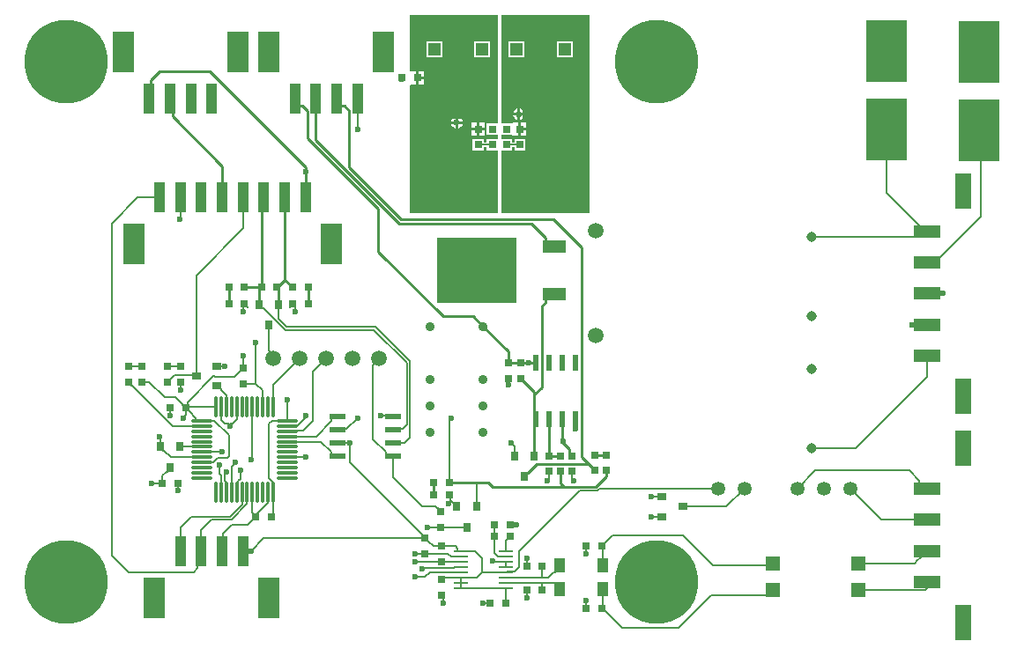
<source format=gtl>
G04*
G04 #@! TF.GenerationSoftware,Altium Limited,Altium Designer,19.0.14 (431)*
G04*
G04 Layer_Physical_Order=1*
G04 Layer_Color=255*
%FSLAX25Y25*%
%MOIN*%
G70*
G01*
G75*
%ADD12C,0.00600*%
%ADD18C,0.01000*%
%ADD45R,0.03543X0.02756*%
%ADD46R,0.10000X0.05000*%
%ADD47R,0.06496X0.13504*%
%ADD48R,0.02953X0.03150*%
%ADD49R,0.03937X0.11811*%
%ADD50R,0.07874X0.15748*%
%ADD51R,0.03150X0.02953*%
%ADD52R,0.05512X0.05512*%
%ADD53R,0.04331X0.05315*%
%ADD54O,0.08268X0.01181*%
%ADD55O,0.01181X0.08268*%
%ADD56R,0.02756X0.03543*%
%ADD57R,0.15748X0.23622*%
%ADD58R,0.08661X0.04724*%
%ADD59R,0.30000X0.25000*%
%ADD60R,0.02362X0.06102*%
%ADD61R,0.05500X0.01100*%
%ADD62R,0.06102X0.02362*%
%ADD63R,0.04724X0.04724*%
%ADD64R,0.14173X0.04724*%
%ADD65C,0.05315*%
%ADD66C,0.31496*%
%ADD67C,0.05906*%
%ADD68C,0.03838*%
%ADD69C,0.03543*%
%ADD70C,0.02362*%
G36*
X-58071Y75669D02*
X-58160Y75206D01*
X-58571Y75206D01*
X-62313D01*
Y70857D01*
X-58160Y70857D01*
X-58071Y70394D01*
Y69764D01*
X-58160Y69301D01*
X-58571Y69301D01*
X-62313D01*
Y68044D01*
X-63475D01*
Y69301D01*
X-67628D01*
Y64951D01*
X-63475D01*
Y66208D01*
X-62313D01*
Y64951D01*
X-58160Y64951D01*
X-58071Y64488D01*
Y41339D01*
X-91535D01*
Y89749D01*
X-91158Y90043D01*
X-91035Y90043D01*
X-89083D01*
Y92520D01*
Y94996D01*
X-91035D01*
X-91158Y94996D01*
X-91535Y95291D01*
Y116142D01*
X-58071D01*
Y75669D01*
D02*
G37*
G36*
X-23425Y41339D02*
X-56890D01*
Y64488D01*
X-56801Y64951D01*
X-56390Y64951D01*
X-52648D01*
Y66208D01*
X-51880D01*
Y64951D01*
X-47727D01*
Y69301D01*
X-51880D01*
Y68044D01*
X-52648D01*
Y69301D01*
X-56801Y69301D01*
X-56890Y69764D01*
Y70394D01*
X-56801Y70857D01*
X-56390Y70857D01*
X-52780D01*
X-52648Y70857D01*
X-52280Y70539D01*
Y70457D01*
X-50303D01*
Y73032D01*
Y75606D01*
X-52280D01*
Y75524D01*
X-52648Y75206D01*
X-52780Y75206D01*
X-56801Y75206D01*
X-56890Y75669D01*
Y116142D01*
X-23425D01*
Y41339D01*
D02*
G37*
%LPC*%
G36*
X-61014Y106309D02*
X-66939D01*
Y100384D01*
X-61014D01*
Y106309D01*
D02*
G37*
G36*
X-79124D02*
X-85049D01*
Y100384D01*
X-79124D01*
Y106309D01*
D02*
G37*
G36*
X-88083Y94996D02*
Y93020D01*
X-86008D01*
Y94996D01*
X-88083D01*
D02*
G37*
G36*
X-86008Y92020D02*
X-88083D01*
Y90043D01*
X-86008D01*
Y92020D01*
D02*
G37*
G36*
X-73122Y77648D02*
Y76024D01*
X-71498D01*
X-71567Y76375D01*
X-72050Y77096D01*
X-72771Y77578D01*
X-73122Y77648D01*
D02*
G37*
G36*
X-74122D02*
X-74473Y77578D01*
X-75195Y77096D01*
X-75677Y76375D01*
X-75746Y76024D01*
X-74122D01*
Y77648D01*
D02*
G37*
G36*
X-63075Y75606D02*
X-65051D01*
Y73532D01*
X-63075D01*
Y75606D01*
D02*
G37*
G36*
X-66051D02*
X-68028D01*
Y73532D01*
X-66051D01*
Y75606D01*
D02*
G37*
G36*
X-71498Y75024D02*
X-73122D01*
Y73399D01*
X-72771Y73469D01*
X-72050Y73951D01*
X-71567Y74673D01*
X-71498Y75024D01*
D02*
G37*
G36*
X-74122D02*
X-75746D01*
X-75677Y74673D01*
X-75195Y73951D01*
X-74473Y73469D01*
X-74122Y73399D01*
Y75024D01*
D02*
G37*
G36*
X-63075Y72531D02*
X-65051D01*
Y70457D01*
X-63075D01*
Y72531D01*
D02*
G37*
G36*
X-66051D02*
X-68028D01*
Y70457D01*
X-66051D01*
Y72531D01*
D02*
G37*
G36*
X-29912Y106309D02*
X-35836D01*
Y100384D01*
X-29912D01*
Y106309D01*
D02*
G37*
G36*
X-48022D02*
X-53947D01*
Y100384D01*
X-48022D01*
Y106309D01*
D02*
G37*
G36*
X-49697Y80865D02*
Y79240D01*
X-48072D01*
X-48142Y79591D01*
X-48624Y80313D01*
X-49346Y80795D01*
X-49697Y80865D01*
D02*
G37*
G36*
X-50697D02*
X-51048Y80795D01*
X-51769Y80313D01*
X-52251Y79591D01*
X-52321Y79240D01*
X-50697D01*
Y80865D01*
D02*
G37*
G36*
X-48072Y78240D02*
X-49697D01*
Y76616D01*
X-49346Y76686D01*
X-48624Y77168D01*
X-48142Y77889D01*
X-48072Y78240D01*
D02*
G37*
G36*
X-50697D02*
X-52321D01*
X-52251Y77889D01*
X-51769Y77168D01*
X-51048Y76686D01*
X-50697Y76616D01*
Y78240D01*
D02*
G37*
G36*
X-47327Y75606D02*
X-49303D01*
Y73532D01*
X-47327D01*
Y75606D01*
D02*
G37*
G36*
Y72531D02*
X-49303D01*
Y70457D01*
X-47327D01*
Y72531D01*
D02*
G37*
%LPD*%
D12*
X0Y-66142D02*
X3937D01*
X-19674Y-62992D02*
X25118D01*
X-20402Y-63721D02*
X-19674Y-62992D01*
X-130945Y-51181D02*
X-130905Y-51220D01*
X-137795Y-51181D02*
X-130945D01*
X86929Y-74803D02*
X104331D01*
X75118Y-62992D02*
X86929Y-74803D01*
X61988Y-56122D02*
X97461D01*
X101282Y-59944D01*
Y-60792D02*
Y-59944D01*
Y-60792D02*
X103482Y-62992D01*
X104331D01*
X55118D02*
X61988Y-56122D01*
X28228Y-69882D02*
X35118Y-62992D01*
X11811Y-69882D02*
X28228D01*
X0Y-73603D02*
X3918D01*
X3937Y-73622D01*
X-50197Y-86806D02*
X-27112Y-63721D01*
X-20402D01*
X-50197Y-92716D02*
Y-86806D01*
X-51916Y-94436D02*
X-50197Y-92716D01*
X-54733Y-94436D02*
X-51916D01*
X-54983Y-94686D02*
X-54733Y-94436D01*
X104319Y-20681D02*
Y-12849D01*
X77126Y-47874D02*
X104319Y-20681D01*
X60630Y-47874D02*
X77126D01*
X-159449Y-38386D02*
X-158465D01*
X101202Y32126D02*
X103471Y34395D01*
X60630Y32126D02*
X101202D01*
X98425Y-1181D02*
X104176D01*
X104319Y-1038D01*
X96593Y41273D02*
X103471Y34395D01*
X96522Y41273D02*
X96593D01*
X88779Y49016D02*
Y72835D01*
Y49016D02*
X96522Y41273D01*
X103471Y34395D02*
X104319D01*
Y10773D02*
X110236D01*
X124521Y39875D02*
Y72638D01*
X106299Y21654D02*
X124521Y39875D01*
X-85630Y-81693D02*
X-85492D01*
X-146653D02*
X-85630D01*
X-114173Y-53012D02*
X-85492Y-81693D01*
X-114173Y-53012D02*
Y-45807D01*
X-69882Y-77756D02*
X-68898D01*
X-79724D02*
X-69882D01*
X-84646D02*
X-79724D01*
X43878Y-103347D02*
X45768Y-101457D01*
X22638Y-103347D02*
X43878D01*
X10276Y-115708D02*
X22638Y-103347D01*
X-11260Y-115708D02*
X10276D01*
X23329Y-92227D02*
X44998D01*
X11811Y-80709D02*
X23329Y-92227D01*
X-14764Y-80709D02*
X11811D01*
X-17426Y-109543D02*
X-11260Y-115708D01*
X-17426Y-109543D02*
Y-109444D01*
X-18602Y-108268D02*
X-17426Y-109444D01*
X-18701Y-108268D02*
X-18602D01*
X-17426Y-83371D02*
X-14764Y-80709D01*
X-17426Y-83469D02*
Y-83371D01*
X-18602Y-84646D02*
X-17426Y-83469D01*
X-18701Y-84646D02*
X-18602D01*
X-18701Y-108268D02*
X-18504Y-108071D01*
Y-101085D01*
X-181890Y-51181D02*
X-170079D01*
X-184355Y-48716D02*
X-181890Y-51181D01*
X-184749Y-48716D02*
X-184355D01*
X-185827Y-47638D02*
X-184749Y-48716D01*
X-185827Y-47638D02*
Y-47244D01*
X-53150Y-45807D02*
X-51772Y-47185D01*
Y-50591D02*
Y-47185D01*
X-60039Y-90551D02*
X-59845Y-90746D01*
X-54983D01*
Y-92716D02*
Y-90746D01*
X-75787Y-36894D02*
Y-36417D01*
X-76378Y-37485D02*
X-75787Y-36894D01*
X-76378Y-60630D02*
Y-37485D01*
X-66142Y-60827D02*
X-65945Y-60630D01*
X-66142Y-69882D02*
Y-60827D01*
X-75609Y-67895D02*
X-75094Y-68410D01*
X-76125Y-67379D02*
X-75609Y-67895D01*
X-76612Y-68898D02*
X-75609Y-67895D01*
X-76772Y-68898D02*
X-76612D01*
X-73622Y-69882D02*
Y-69488D01*
X-74700Y-68410D02*
X-73622Y-69488D01*
X-75094Y-68410D02*
X-74700D01*
X-76125Y-67379D02*
Y-65608D01*
X-76378Y-65354D02*
X-76125Y-65608D01*
X-130906Y-36163D02*
Y-35433D01*
X-134113Y-39370D02*
X-130906Y-36163D01*
X-127953Y-37402D02*
Y-18701D01*
X-131779Y-41227D02*
X-127953Y-37402D01*
X-137684Y-41227D02*
X-131779D01*
X-137795Y-39370D02*
X-134113D01*
X-184055Y-28543D02*
X-180118D01*
X-177456Y-31205D01*
Y-31304D02*
Y-31205D01*
Y-31304D02*
X-176279Y-32480D01*
X-176181D01*
X-189961Y-22638D02*
X-184055Y-28543D01*
X-192913Y-22638D02*
X-189961D01*
X-177165Y-36169D02*
X-176181Y-35185D01*
X-177165Y-36417D02*
Y-36169D01*
X-176181Y-35185D02*
Y-32480D01*
X-165276Y-37402D02*
X-159843Y-42835D01*
X-170079Y-37402D02*
X-165276D01*
X-159843Y-50591D02*
Y-42835D01*
X-160546Y-51294D02*
X-159843Y-50591D01*
X-164153Y-51294D02*
X-160546D01*
X-165898Y-53038D02*
X-164153Y-51294D01*
X-169968Y-53038D02*
X-165898D01*
X-170079Y-53150D02*
X-169968Y-53038D01*
X-163386Y-57345D02*
Y-54134D01*
Y-57345D02*
X-162795Y-57936D01*
Y-64370D02*
Y-57936D01*
X-170079Y-49213D02*
X-162402D01*
X-161305Y-57007D02*
X-160887Y-56590D01*
X-158806Y-54767D02*
X-157480Y-53442D01*
X-158806Y-64318D02*
Y-54767D01*
X-155512Y-59309D02*
Y-56221D01*
X-161305Y-60192D02*
Y-57007D01*
X-156412Y-63892D02*
Y-60209D01*
X-155512Y-59309D01*
X-156890Y-64370D02*
X-156412Y-63892D01*
X-158858Y-64370D02*
X-158806Y-64318D01*
X-160827Y-64370D02*
Y-60669D01*
X-161305Y-60192D02*
X-160827Y-60669D01*
X-157480Y-53442D02*
Y-53150D01*
X-137795Y-29528D02*
X-137795Y-29528D01*
Y-37402D02*
Y-29528D01*
X-118585Y-40495D02*
X-115298D01*
X-118898Y-40807D02*
X-118585Y-40495D01*
X-115298D02*
X-111221Y-36417D01*
X-162246Y-86458D02*
Y-80160D01*
X-158858Y-76772D01*
X-162402Y-86614D02*
X-162246Y-86458D01*
X-158858Y-76772D02*
X-152775D01*
X-150881Y-74878D01*
Y-74779D01*
X-149705Y-73603D01*
X-149606D01*
X-149705Y-73201D02*
X-145079Y-68575D01*
Y-64370D01*
X-105315Y-44291D02*
X-100371Y-49235D01*
Y-49926D02*
Y-49235D01*
Y-49926D02*
X-99490Y-50807D01*
X-97638D01*
X-105315Y-44291D02*
Y-16448D01*
X-103032Y-14164D01*
Y-13780D01*
X-151453Y-52165D02*
Y-51688D01*
X-150984Y-51220D01*
Y-32087D01*
X-154528Y-17362D02*
Y-12795D01*
X-149661Y-23268D02*
Y-7874D01*
X-154528Y-23268D02*
X-149661D01*
X-147047Y-25881D01*
X-111221Y73032D02*
Y84646D01*
X-147047Y-32087D02*
Y-25881D01*
X-175787Y-32087D02*
X-175495Y-31794D01*
X-176181Y-32480D02*
X-175787Y-32087D01*
X-165106Y-20563D02*
X-165000Y-20669D01*
X-165603Y-20563D02*
X-165106D01*
X-175495Y-30455D02*
X-165603Y-20563D01*
X-175495Y-31794D02*
Y-30455D01*
X-165000Y-20669D02*
X-157835D01*
X-155802Y-18637D01*
X-155704D01*
X-154528Y-17461D01*
Y-17362D01*
X-160887Y-32026D02*
Y-27696D01*
X-162898Y-25684D02*
X-160887Y-27696D01*
Y-32026D02*
X-160827Y-32087D01*
X-162795Y-37008D02*
Y-32087D01*
Y-37008D02*
X-161417Y-38386D01*
X-159449Y-39370D02*
Y-38893D01*
X-161417Y-16732D02*
X-161417Y-16732D01*
X-164370Y-16732D02*
X-161417D01*
X-161417Y-38386D02*
X-159941D01*
Y-38401D02*
Y-38386D01*
Y-38401D02*
X-159449Y-38893D01*
X-156890Y-36811D02*
Y-32087D01*
X-158465Y-38386D02*
X-156890Y-36811D01*
X-144685Y-59113D02*
Y-38500D01*
Y-59113D02*
X-143110Y-60687D01*
X-144685Y-38500D02*
X-143587Y-37402D01*
X-143110Y-64370D02*
Y-60687D01*
X-143587Y-37402D02*
X-137795D01*
X-86614Y-69882D02*
X-81693D01*
X-80999Y-70576D01*
X-80901D01*
X-79724Y-71752D01*
Y-71850D02*
Y-71752D01*
X-97638Y-58858D02*
X-86614Y-69882D01*
X-97638Y-58858D02*
Y-50807D01*
X-104948Y-2953D02*
X-92520Y-15382D01*
X-104452Y-1753D02*
X-91320Y-14885D01*
X-94038Y-40412D02*
X-92520Y-38893D01*
X-137994Y-1753D02*
X-104452D01*
X-92520Y-38893D02*
Y-15382D01*
X-93504Y-45807D02*
X-91320Y-43623D01*
Y-14885D01*
X-138491Y-2953D02*
X-104948D01*
X-118898Y-45807D02*
X-114173D01*
X-126903Y-43307D02*
X-121132Y-37537D01*
X-137795Y-43307D02*
X-126903D01*
X-121132Y-37537D02*
Y-36688D01*
X-120251Y-35807D01*
X-118898D01*
X-124934Y-45276D02*
X-121132Y-49077D01*
X-137795Y-45276D02*
X-124934D01*
X-84355Y-82968D02*
X-82480Y-84842D01*
X-84453Y-82968D02*
X-84355D01*
X-85630Y-81791D02*
X-84453Y-82968D01*
X-85630Y-81791D02*
Y-81693D01*
X-82480Y-84842D02*
X-79331D01*
X-151575Y-86614D02*
X-146653Y-81693D01*
X-154528Y-86614D02*
X-154527Y-86614D01*
X-151575D01*
X-179134Y-63892D02*
Y-61024D01*
X-179134Y-61024D01*
X-102362Y-35433D02*
X-98012D01*
X-97638Y-35807D01*
Y-45807D02*
X-93504D01*
X-140945Y1198D02*
X-137994Y-1753D01*
X-140945Y1198D02*
Y6693D01*
X-154528Y3937D02*
Y6201D01*
X-153937Y6791D01*
X-134843Y3937D02*
Y6004D01*
X-135630Y6791D02*
X-134843Y6004D01*
X-146670Y5226D02*
X-138491Y-2953D01*
X-147347Y5226D02*
X-146670D01*
X-148425Y6304D02*
X-147347Y5226D01*
X-148425Y6304D02*
Y6693D01*
X-144685Y-1181D02*
X-143841Y-337D01*
X-136905Y5615D02*
X-135728Y6791D01*
X-136905Y5517D02*
Y5615D01*
X-97242Y-40412D02*
X-94038D01*
X-97638Y-40807D02*
X-97242Y-40412D01*
X-143110Y-32087D02*
Y-23858D01*
X-133031Y-13780D01*
X-127953Y-18701D02*
X-123031Y-13780D01*
X-137795Y-41339D02*
X-137684Y-41227D01*
X-120251Y-50807D02*
X-118898D01*
X-121132Y-49926D02*
X-120251Y-50807D01*
X-121132Y-49926D02*
Y-49077D01*
X-186024Y-43307D02*
X-185827Y-43504D01*
Y-47244D02*
Y-43504D01*
X-178150Y-25684D02*
X-178150Y-25684D01*
X-178150Y-25684D02*
Y-22638D01*
X-154528Y35433D02*
Y47245D01*
X-172244Y17717D02*
X-154528Y35433D01*
X-172244Y-20472D02*
Y17717D01*
X-145332Y-534D02*
X-144685Y-1181D01*
X-152662Y5517D02*
Y5615D01*
X-153839Y6791D02*
X-152662Y5615D01*
X-153937Y6791D02*
X-153839D01*
X-135728D02*
X-135630D01*
X-143032Y-13780D02*
Y-12429D01*
X-144685Y-10775D02*
X-143032Y-12429D01*
X-144685Y-10775D02*
Y-1181D01*
X-83859Y-94686D02*
X-72183D01*
X-85630Y-96457D02*
X-83859Y-94686D01*
X-89567Y-96457D02*
X-85630D01*
X-86614Y-93504D02*
X-86333Y-93223D01*
X-74890D01*
X-74383Y-92716D01*
X-72183D01*
X-89565Y-90748D02*
X-79331D01*
X-89567Y-90746D02*
X-89565Y-90748D01*
X-85630Y-87598D02*
X-76965D01*
X-75787Y-88776D02*
X-72183D01*
X-76965Y-87598D02*
X-75787Y-88776D01*
X-89567Y-87598D02*
X-85630D01*
X-150881Y-72427D02*
X-149705Y-73603D01*
X-150881Y-72427D02*
Y-72178D01*
X-150984Y-72075D02*
X-150881Y-72178D01*
X-150984Y-72075D02*
Y-64370D01*
X-143701Y-73603D02*
X-143110Y-73013D01*
Y-64370D01*
X-181102Y-39370D02*
X-170079D01*
X-196560Y-23913D02*
X-181102Y-39370D01*
X-196658Y-23913D02*
X-196560D01*
X-197835Y-22736D02*
X-196658Y-23913D01*
X-197835Y-22736D02*
Y-22638D01*
X-178346Y-47244D02*
X-170079D01*
X-182087Y-35433D02*
Y-32480D01*
X-182087Y-32480D02*
X-182087Y-32480D01*
X-176181Y-32480D02*
X-176083D01*
X-174906Y-33657D01*
Y-33755D02*
Y-33657D01*
Y-33755D02*
X-172399Y-36263D01*
Y-37133D02*
Y-36263D01*
Y-37133D02*
X-172131Y-37402D01*
X-170079D01*
X-175787Y-32087D02*
X-164764D01*
X-162898Y-25684D02*
Y-25291D01*
X-163976Y-24213D02*
X-162898Y-25291D01*
X-164370Y-24213D02*
X-163976D01*
X-180596Y-20163D02*
X-172554D01*
X-181796Y-21363D02*
X-180596Y-20163D01*
X-181895Y-21363D02*
X-181796D01*
X-183071Y-22539D02*
X-181895Y-21363D01*
X-183071Y-22638D02*
Y-22539D01*
X-172554Y-20163D02*
X-172244Y-20472D01*
X-183071Y-16732D02*
X-178150D01*
X-197835D02*
X-192913D01*
X-178346Y39002D02*
X-178150Y39198D01*
Y47245D01*
X-188976Y-61024D02*
X-185039D01*
Y-58071D01*
X-183558Y-56590D01*
X-183165D01*
X-182087Y-55512D01*
Y-55118D01*
X-194385Y47245D02*
X-186024D01*
X-204228Y37402D02*
X-194385Y47245D01*
X-204228Y-88293D02*
X-197835Y-94686D01*
X-204228Y-88293D02*
Y37402D01*
X-197835Y-94686D02*
X-173228D01*
X-171610Y-87948D02*
X-170276Y-86614D01*
X-171610Y-93068D02*
Y-87948D01*
X-173228Y-94686D02*
X-171610Y-93068D01*
X-178150Y-86614D02*
Y-77756D01*
X-173997Y-73603D01*
X-159355D01*
X-154921Y-69169D01*
Y-64370D01*
X-170276Y-86614D02*
Y-78740D01*
X-166339Y-74803D01*
X-158858D01*
X-152953Y-68898D01*
Y-64370D01*
X-78740Y-106299D02*
Y-103937D01*
X-79331Y-103347D02*
X-78740Y-103937D01*
X-63895Y-106299D02*
X-61024D01*
X-24606Y-108268D02*
Y-105315D01*
Y-87598D02*
Y-84646D01*
X-18701D02*
X-18504Y-84842D01*
Y-92227D02*
Y-84842D01*
X-47244Y-104331D02*
Y-101378D01*
Y-92520D02*
Y-89568D01*
X-41339Y-96656D02*
X-39075D01*
X-54983D02*
X-41339D01*
Y-92520D02*
X-41339Y-92520D01*
X-41339Y-96656D02*
Y-92520D01*
Y-98626D02*
X-37105D01*
X-54983D02*
X-41339D01*
X-41339Y-98626D01*
Y-101378D02*
Y-98626D01*
X103544Y-101457D02*
X104606Y-100394D01*
X78248Y-101457D02*
X103544D01*
X102106Y-88582D02*
X104606D01*
X99906Y-90782D02*
X102106Y-88582D01*
X99906Y-91105D02*
Y-90782D01*
X99555Y-91457D02*
X99906Y-91105D01*
X78248Y-91457D02*
X99555D01*
X44998Y-92227D02*
X45768Y-91457D01*
X-34646Y-101085D02*
Y-100593D01*
X-36511Y-98727D02*
X-34646Y-100593D01*
X-37003Y-98727D02*
X-36511D01*
X-37105Y-98626D02*
X-37003Y-98727D01*
X-39075Y-96656D02*
X-37003Y-94584D01*
X-36511D01*
X-34646Y-92719D01*
Y-92227D01*
X-79331Y-90748D02*
X-79329Y-90746D01*
X-72183D01*
X-63975Y-94686D02*
Y-89568D01*
X-66738Y-86806D02*
X-63975Y-89568D01*
X-72183Y-86806D02*
X-66738D01*
X-74146Y-84842D02*
X-73281Y-85707D01*
Y-86556D02*
Y-85707D01*
Y-86556D02*
X-73031Y-86806D01*
X-72183D01*
X-79331Y-84842D02*
X-74146D01*
X-72183Y-100596D02*
X-54983D01*
X-72183Y-98626D02*
Y-96656D01*
Y-100596D02*
Y-98626D01*
Y-96656D02*
X-65945D01*
X-78546D02*
X-72183D01*
X-79331Y-97441D02*
X-78546Y-96656D01*
X-65945D02*
X-63975Y-94686D01*
X-54983D01*
X-55118Y-106299D02*
Y-100731D01*
X-54983Y-100596D01*
X-29528Y-60039D02*
Y-59562D01*
X-30118Y-58972D02*
X-29528Y-59562D01*
X-30118Y-58972D02*
Y-56496D01*
X-39370Y-60039D02*
Y-59562D01*
X-38780Y-58972D01*
Y-56496D01*
X-53543Y-76772D02*
X-51181D01*
X-53642Y-81102D02*
X-53543D01*
X-54818Y-82279D02*
X-53642Y-81102D01*
X-54818Y-82466D02*
Y-82279D01*
X-54983Y-82630D02*
X-54818Y-82466D01*
X-54983Y-86806D02*
Y-82630D01*
X-59449Y-81102D02*
Y-76772D01*
Y-87398D02*
Y-81102D01*
X-58071Y-88776D02*
X-54983D01*
X-59449Y-87398D02*
X-58071Y-88776D01*
X-54724Y67126D02*
X-49803D01*
X-65551D02*
X-60236D01*
X124520Y102362D02*
X124521Y102363D01*
X123819Y102362D02*
X124520D01*
X123819Y72638D02*
X124521D01*
D18*
X-44291Y-27559D02*
Y-26378D01*
Y-50591D02*
Y-27559D01*
X-41339Y6102D02*
X-40087Y7354D01*
Y8768D01*
X-38225Y10630D01*
X-36811D01*
X-41339Y-24606D02*
Y6102D01*
X-44291Y-27559D02*
X-41339Y-24606D01*
X-33720Y-44985D02*
Y-36614D01*
X-65945Y-60630D02*
X-61927D01*
X-76378D02*
X-65945D01*
X-129724Y6791D02*
Y13189D01*
X-148425Y12303D02*
X-147539Y13189D01*
X-148425Y6693D02*
Y12303D01*
X-141634Y13189D02*
X-140945Y12500D01*
Y6693D02*
Y12500D01*
X-138780Y16043D02*
X-136902Y14165D01*
X-136606D01*
X-135630Y13189D01*
X-140559Y14264D02*
X-138780Y16043D01*
X-140559Y14165D02*
Y14264D01*
X-141535Y13189D02*
X-140559Y14165D01*
X-141634Y13189D02*
X-141535D01*
X-138780Y16043D02*
Y47245D01*
X-147539Y46359D02*
X-146654Y47245D01*
X-147539Y13189D02*
Y46359D01*
X-153937Y13189D02*
X-147539D01*
X-159843Y6791D02*
Y13189D01*
X-162402Y47245D02*
Y59055D01*
X-181172Y77826D02*
X-162402Y59055D01*
X-181172Y77826D02*
Y83732D01*
X-182087Y84646D02*
X-181172Y83732D01*
X-130905Y57087D02*
Y58642D01*
X-186024Y94996D02*
X-167259D01*
X-130905Y58642D01*
X-189554Y91465D02*
X-186024Y94996D01*
X-189554Y85052D02*
Y91465D01*
X-189961Y84646D02*
X-189554Y85052D01*
X-67427Y2111D02*
X-63661Y-1654D01*
X-78883Y2111D02*
X-67427D01*
X-103336Y26564D02*
X-78883Y2111D01*
X-103336Y26564D02*
Y43003D01*
X-130037Y69703D02*
X-103336Y43003D01*
X-130037Y69703D02*
Y79840D01*
X-131960Y81763D02*
X-130037Y79840D01*
X-133374Y81763D02*
X-131960D01*
X-134843Y83232D02*
X-133374Y81763D01*
X-134843Y83232D02*
Y84646D01*
X-60236Y-62321D02*
X-33152D01*
X-61927Y-60630D02*
X-60236Y-62321D01*
X-82284Y-65354D02*
Y-60630D01*
X-54134Y-15354D02*
Y-11181D01*
X-63661Y-1654D02*
X-54134Y-11181D01*
X-46565Y-15354D02*
X-43720D01*
X-49409D02*
X-46565D01*
X-54134D02*
X-49409D01*
X-43720D02*
X-43720Y-15354D01*
X-48335Y-22335D02*
X-44291Y-26378D01*
X-48433Y-22335D02*
X-48335D01*
X-49409Y-21358D02*
X-48433Y-22335D01*
X-49409Y-21358D02*
Y-21260D01*
X-31095Y-49614D02*
Y-48098D01*
X-33720Y-45472D02*
X-31095Y-48098D01*
Y-49614D02*
X-30118Y-50591D01*
X-38780D02*
X-34449D01*
X-38780D02*
X-38721Y-50532D01*
Y-36614D01*
X-21457Y-50315D02*
X-17126D01*
Y-58465D02*
Y-56221D01*
X-20982Y-62321D02*
X-17126Y-58465D01*
X-33152Y-62321D02*
X-20982D01*
X-34449Y-61024D02*
X-33152Y-62321D01*
X-34449Y-61024D02*
Y-56496D01*
X-26439Y-51238D02*
X-23856Y-53821D01*
X-22532Y-55146D01*
X-43388Y-53821D02*
X-23856D01*
X-46760Y-57193D02*
X-43388Y-53821D01*
X-47153Y-57193D02*
X-46760D01*
X-48031Y-58071D02*
X-47153Y-57193D01*
X-48031Y-58465D02*
Y-58071D01*
X-22532Y-55146D02*
X-22433D01*
X-21457Y-56122D01*
Y-56221D02*
Y-56122D01*
X-26439Y-51238D02*
Y28321D01*
X-37120Y39002D02*
X-26439Y28321D01*
X-94810Y39002D02*
X-37120D01*
X-114289Y58481D02*
X-94810Y39002D01*
X-114289Y58481D02*
Y79840D01*
X-116212Y81763D02*
X-114289Y79840D01*
X-117626Y81763D02*
X-116212D01*
X-119095Y83232D02*
X-117626Y81763D01*
X-119095Y83232D02*
Y84646D01*
X-95473Y37402D02*
X-45472D01*
X-40087Y32016D01*
X-126969Y68898D02*
X-95473Y37402D01*
X-126969Y68898D02*
Y84646D01*
X-40087Y30602D02*
Y32016D01*
Y30602D02*
X-38225Y28740D01*
X-36811D01*
X-130905Y47245D02*
Y57087D01*
X-130906Y47245D02*
X-130905Y47245D01*
D45*
X3937Y-66142D02*
D03*
Y-73622D02*
D03*
X11811Y-69882D02*
D03*
X-164370Y-24213D02*
D03*
Y-16732D02*
D03*
X-172244Y-20472D02*
D03*
D46*
X104331Y-98426D02*
D03*
Y-86615D02*
D03*
Y-74803D02*
D03*
Y-62992D02*
D03*
X104319Y-12849D02*
D03*
Y-1038D02*
D03*
Y10773D02*
D03*
Y22584D02*
D03*
Y34395D02*
D03*
D47*
X117835Y-47677D02*
D03*
Y-113741D02*
D03*
X117823Y49710D02*
D03*
Y-28164D02*
D03*
D48*
X-192913Y-22638D02*
D03*
Y-16732D02*
D03*
X-197835D02*
D03*
Y-22638D02*
D03*
X-85630Y-81693D02*
D03*
Y-87598D02*
D03*
X-154528Y-23268D02*
D03*
Y-17362D02*
D03*
X-79724Y-77756D02*
D03*
Y-71850D02*
D03*
X-178150Y-22638D02*
D03*
Y-16732D02*
D03*
X-183071D02*
D03*
Y-22638D02*
D03*
X-79331Y-90748D02*
D03*
Y-84842D02*
D03*
X-49409Y-15354D02*
D03*
Y-21260D02*
D03*
X-30118Y-50591D02*
D03*
Y-56496D02*
D03*
X-17126Y-56221D02*
D03*
Y-50315D02*
D03*
X-34449Y-56496D02*
D03*
Y-50591D02*
D03*
X-21457Y-50315D02*
D03*
Y-56221D02*
D03*
X-54134Y-15354D02*
D03*
Y-21260D02*
D03*
X-38780Y-50591D02*
D03*
Y-56496D02*
D03*
X-79331Y-97441D02*
D03*
Y-103347D02*
D03*
X-65551Y67126D02*
D03*
Y73032D02*
D03*
X-60236D02*
D03*
Y67126D02*
D03*
X-49803D02*
D03*
Y73032D02*
D03*
X-54724D02*
D03*
Y67126D02*
D03*
D49*
X-162402Y-86614D02*
D03*
X-154528D02*
D03*
X-170276D02*
D03*
X-178150D02*
D03*
X-111221Y84646D02*
D03*
X-119095D02*
D03*
X-134843D02*
D03*
X-126969D02*
D03*
X-166339D02*
D03*
X-174213D02*
D03*
X-189961D02*
D03*
X-182087D02*
D03*
X-186024Y47245D02*
D03*
X-178150D02*
D03*
X-170276D02*
D03*
X-162402D02*
D03*
X-154528D02*
D03*
X-146654D02*
D03*
X-130906D02*
D03*
X-138780D02*
D03*
D50*
X-144685Y-104331D02*
D03*
X-187993D02*
D03*
X-101377Y102363D02*
D03*
X-144685D02*
D03*
X-156496D02*
D03*
X-199804D02*
D03*
X-195867Y29528D02*
D03*
X-121063D02*
D03*
D51*
X-41339Y-92520D02*
D03*
X-47244D02*
D03*
X-41339Y-101378D02*
D03*
X-47244D02*
D03*
X-18701Y-108268D02*
D03*
X-24606D02*
D03*
X-18701Y-84646D02*
D03*
X-24606D02*
D03*
X-185039Y-61024D02*
D03*
X-179134D02*
D03*
X-153937Y6791D02*
D03*
X-159843D02*
D03*
Y13189D02*
D03*
X-153937D02*
D03*
X-147539D02*
D03*
X-141634D02*
D03*
X-135630Y6791D02*
D03*
X-129724D02*
D03*
Y13189D02*
D03*
X-135630D02*
D03*
X-88583Y92520D02*
D03*
X-94488D02*
D03*
X-82284Y-65354D02*
D03*
X-76378D02*
D03*
X-82284Y-60630D02*
D03*
X-76378D02*
D03*
X-53543Y-81102D02*
D03*
X-59449D02*
D03*
X-55118Y-106299D02*
D03*
X-61024D02*
D03*
X-59449Y-76772D02*
D03*
X-53543D02*
D03*
X-143701Y-73603D02*
D03*
X-149606D02*
D03*
X-176181Y-32480D02*
D03*
X-182087D02*
D03*
D52*
X45768Y-91457D02*
D03*
Y-101457D02*
D03*
X78248Y-91457D02*
D03*
Y-101457D02*
D03*
D53*
X-34646Y-101085D02*
D03*
X-18504D02*
D03*
Y-92227D02*
D03*
X-34646D02*
D03*
D54*
X-170079Y-37402D02*
D03*
Y-39370D02*
D03*
Y-41339D02*
D03*
Y-43307D02*
D03*
Y-45276D02*
D03*
Y-47244D02*
D03*
Y-49213D02*
D03*
Y-51181D02*
D03*
Y-53150D02*
D03*
Y-55118D02*
D03*
Y-57087D02*
D03*
Y-59055D02*
D03*
X-137795D02*
D03*
Y-57087D02*
D03*
Y-55118D02*
D03*
Y-53150D02*
D03*
Y-51181D02*
D03*
Y-49213D02*
D03*
Y-47244D02*
D03*
Y-45276D02*
D03*
Y-43307D02*
D03*
Y-41339D02*
D03*
Y-39370D02*
D03*
Y-37402D02*
D03*
D55*
X-164764Y-64370D02*
D03*
X-162795D02*
D03*
X-160827D02*
D03*
X-158858D02*
D03*
X-156890D02*
D03*
X-154921D02*
D03*
X-152953D02*
D03*
X-150984D02*
D03*
X-149016D02*
D03*
X-147047D02*
D03*
X-145079D02*
D03*
X-143110D02*
D03*
Y-32087D02*
D03*
X-145079D02*
D03*
X-147047D02*
D03*
X-149016D02*
D03*
X-150984D02*
D03*
X-152953D02*
D03*
X-154921D02*
D03*
X-156890D02*
D03*
X-158858D02*
D03*
X-160827D02*
D03*
X-162795D02*
D03*
X-164764D02*
D03*
D56*
X-178346Y-47244D02*
D03*
X-185827D02*
D03*
X-182087Y-55118D02*
D03*
X-66142Y-69882D02*
D03*
X-73622D02*
D03*
X-69882Y-77756D02*
D03*
X-140945Y6693D02*
D03*
X-148425D02*
D03*
X-144685Y-1181D02*
D03*
X-44291Y-50591D02*
D03*
X-51772D02*
D03*
X-48031Y-58465D02*
D03*
D57*
X123819Y102362D02*
D03*
X88779Y102559D02*
D03*
Y72835D02*
D03*
X123819Y72638D02*
D03*
D58*
X-36811Y28740D02*
D03*
Y10630D02*
D03*
D59*
X-65945Y19685D02*
D03*
D60*
X-43720Y-36614D02*
D03*
X-38721D02*
D03*
X-33720D02*
D03*
X-28721D02*
D03*
Y-15354D02*
D03*
X-33720D02*
D03*
X-38721D02*
D03*
X-43720D02*
D03*
D61*
X-72183Y-86806D02*
D03*
Y-88776D02*
D03*
Y-90746D02*
D03*
Y-92716D02*
D03*
Y-94686D02*
D03*
Y-96656D02*
D03*
Y-98626D02*
D03*
Y-100596D02*
D03*
X-54983D02*
D03*
Y-98626D02*
D03*
Y-96656D02*
D03*
Y-94686D02*
D03*
Y-92716D02*
D03*
Y-90746D02*
D03*
Y-88776D02*
D03*
Y-86806D02*
D03*
D62*
X-118898Y-35807D02*
D03*
Y-40807D02*
D03*
Y-45807D02*
D03*
Y-50807D02*
D03*
X-97638D02*
D03*
Y-45807D02*
D03*
Y-40807D02*
D03*
Y-35807D02*
D03*
D63*
X-63976Y103347D02*
D03*
X-73032D02*
D03*
X-82087D02*
D03*
X-32874D02*
D03*
X-41929D02*
D03*
X-50984D02*
D03*
D64*
X-73032Y79331D02*
D03*
X-41929D02*
D03*
D65*
X65118Y-62992D02*
D03*
X55118D02*
D03*
X75118D02*
D03*
X35118D02*
D03*
X25118D02*
D03*
D66*
X-221457Y98425D02*
D03*
Y-98425D02*
D03*
X1969D02*
D03*
Y98425D02*
D03*
D67*
X-103032Y-13780D02*
D03*
X-113031D02*
D03*
X-123031D02*
D03*
X-133031D02*
D03*
X-143032D02*
D03*
X-21248Y34449D02*
D03*
Y-4921D02*
D03*
D68*
X60630Y32126D02*
D03*
Y2126D02*
D03*
Y-17874D02*
D03*
Y-47874D02*
D03*
D69*
X-83661Y-21654D02*
D03*
Y-31654D02*
D03*
Y-41654D02*
D03*
X-63661D02*
D03*
Y-31654D02*
D03*
Y-21654D02*
D03*
Y-1654D02*
D03*
X-83661D02*
D03*
D70*
X0Y-66142D02*
D03*
X-130905Y-51220D02*
D03*
X0Y-73603D02*
D03*
X98425Y-1181D02*
D03*
X110236Y10773D02*
D03*
X-33465Y-44985D02*
D03*
X-53150Y-45807D02*
D03*
X-60039Y-90551D02*
D03*
X-75787Y-36417D02*
D03*
X-76772Y-68898D02*
D03*
X-130906Y-35433D02*
D03*
X-177165Y-36417D02*
D03*
X-163386Y-54134D02*
D03*
X-162402Y-49213D02*
D03*
X-160887Y-56590D02*
D03*
X-155512Y-56221D02*
D03*
X-137795Y-29528D02*
D03*
X-111221Y-36417D02*
D03*
X-50197Y78740D02*
D03*
X-154528Y-12795D02*
D03*
X-149661Y-7874D02*
D03*
X-151453Y-52165D02*
D03*
X-111221Y73032D02*
D03*
X-159449Y-39370D02*
D03*
X-161417Y-16732D02*
D03*
X-84646Y-77756D02*
D03*
X-73622Y75524D02*
D03*
X-114173Y-45807D02*
D03*
X-151575Y-86614D02*
D03*
X-179134Y-63892D02*
D03*
X-102362Y-35433D02*
D03*
X-154528Y3937D02*
D03*
X-134843D02*
D03*
X-186024Y-43307D02*
D03*
X-178150Y-25684D02*
D03*
X-89567Y-96457D02*
D03*
X-157480Y-53150D02*
D03*
X-86614Y-93504D02*
D03*
X-89567Y-90746D02*
D03*
Y-87598D02*
D03*
X-182087Y-35433D02*
D03*
X-178346Y39002D02*
D03*
X-188976Y-61024D02*
D03*
X-78740Y-106299D02*
D03*
X-63895D02*
D03*
X-24606Y-105315D02*
D03*
Y-87598D02*
D03*
X-47244Y-104331D02*
D03*
Y-89568D02*
D03*
X-29528Y-60039D02*
D03*
X-39370D02*
D03*
X-51181Y-76772D02*
D03*
X-54134Y-23622D02*
D03*
X-46565Y-15354D02*
D03*
X-28721Y-40354D02*
D03*
X-94488Y92020D02*
D03*
X-50984Y103347D02*
D03*
X-82087D02*
D03*
X-130905Y57087D02*
D03*
X-166339Y84646D02*
D03*
X-174213D02*
D03*
X-170276Y45276D02*
D03*
Y49213D02*
D03*
X-162402Y-88776D02*
D03*
X-74803Y10630D02*
D03*
X-58571Y19685D02*
D03*
X-74803Y28740D02*
D03*
X-32874Y103347D02*
D03*
X-54724Y73032D02*
D03*
X-60236D02*
D03*
X-63976Y103347D02*
D03*
X86614Y102363D02*
D03*
X124521D02*
D03*
M02*

</source>
